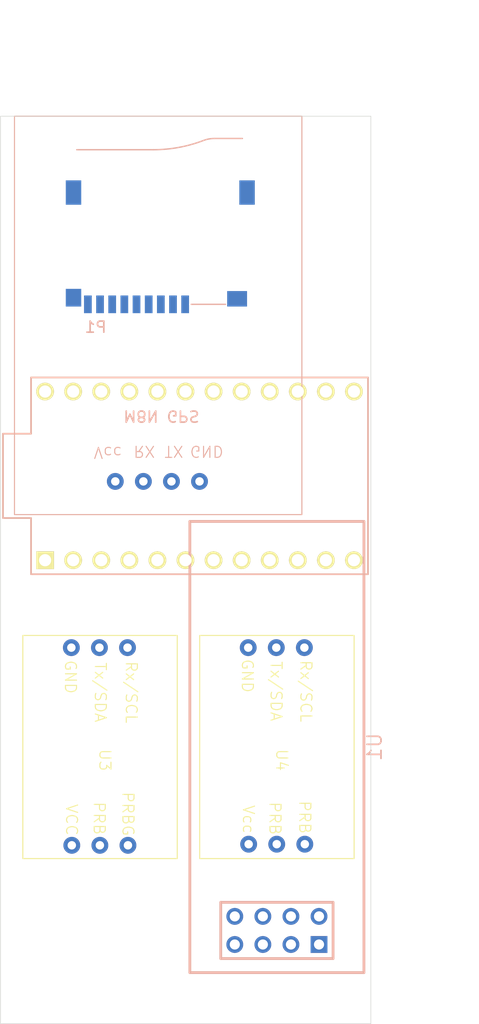
<source format=kicad_pcb>
(kicad_pcb (version 20240108) (generator "pcbnew") (generator_version "8.0")
  (layers (0 "F.Cu" signal) (31 "B.Cu" signal) (34 "B.Paste" user) (35 "F.Paste" user) (36 "B.SilkS" user "B.Silkscreen") (37 "F.SilkS" user "F.Silkscreen") (38 "B.Mask" user) (39 "F.Mask" user) (44 "Edge.Cuts" user))
  (net 0 "")
  (net 39 "Net-(P1-GND-PadG1)")
  (net 58 "Net-(J1-In)")
  (footprint "EZO_PH:EZO_PH" (layer "F.Cu") (at 88.445 113.68 -90)
    (property "Reference" "U3" (at 0 -0.5 -90) (layer "F.SilkS") (effects (font (thickness 0.1))))
    (property "Value" "EZO_PH")
    (fp_rect (start -11.26 -7.04) (end 8.9 6.93) (stroke (width 0.1)) (fill none) (layer "F.SilkS"))
    (fp_text user "PRBG" (at 2.8 -2 -90) (layer "F.SilkS") (effects (font (thickness 0.1)) (justify left bottom)))
    (fp_text user "VCC" (at 3.9 3.1 -90) (layer "F.SilkS") (effects (font (thickness 0.1)) (justify left bottom)))
    (fp_text user "GND" (at -9.1 3.2 -90) (layer "F.SilkS") (effects (font (thickness 0.1)) (justify left bottom)))
    (fp_text user "Rx/SCL" (at -9 -2.3 -90) (layer "F.SilkS") (effects (font (thickness 0.1)) (justify left bottom)))
    (fp_text user "PRB" (at 3.7 0.6 -90) (layer "F.SilkS") (effects (font (thickness 0.1)) (justify left bottom)))
    (fp_text user "Tx/SDA" (at -8.9 0.5 -90) (layer "F.SilkS") (effects (font (thickness 0.1)) (justify left bottom)))
    (pad "1" thru_hole circle (at -10.16 2.54 270) (size 1.524 1.524) (drill 0.762) (layers "*.Cu" "*.Mask"))
    (pad "2" thru_hole circle (at -10.16 0 270) (size 1.524 1.524) (drill 0.762) (layers "*.Cu" "*.Mask"))
    (pad "3" thru_hole circle (at -10.16 -2.54 270) (size 1.524 1.524) (drill 0.762) (layers "*.Cu" "*.Mask"))
    (pad "4" thru_hole circle (at 7.7 2.5 270) (size 1.524 1.524) (drill 0.762) (layers "*.Cu" "*.Mask"))
    (pad "5" thru_hole circle (at 7.7 -0.04 270) (size 1.524 1.524) (drill 0.762) (layers "*.Cu" "*.Mask"))
    (pad "6" thru_hole circle (at 7.7 -2.58 270) (size 1.524 1.524) (drill 0.762) (layers "*.Cu" "*.Mask") (net 58 "Net-(J1-In)"))
  )
  (footprint "EZO_TDS:EZO_TDS" (layer "F.Cu") (at 104.445 113.68 -90)
    (property "Reference" "U4" (at 0 -0.5 -90) (layer "F.SilkS") (effects (font (thickness 0.1))))
    (property "Value" "EZO_TDS")
    (fp_rect (start -11.26 -7.04) (end 8.9 6.93) (stroke (width 0.1)) (fill none) (layer "F.SilkS"))
    (fp_text user "Vcc" (at 4 3.1 -90) (layer "F.SilkS") (effects (font (thickness 0.1)) (justify left bottom)))
    (fp_text user "Tx/SDA" (at -9 0.6 -90) (layer "F.SilkS") (effects (font (thickness 0.1)) (justify left bottom)))
    (fp_text user "Rx/SCL" (at -9.1 -2.1 -90) (layer "F.SilkS") (effects (font (thickness 0.1)) (justify left bottom)))
    (fp_text user "PRB" (at 3.6 -2 -90) (layer "F.SilkS") (effects (font (thickness 0.1)) (justify left bottom)))
    (fp_text user "PRB" (at 3.7 0.7 -90) (layer "F.SilkS") (effects (font (thickness 0.1)) (justify left bottom)))
    (fp_text user "GND" (at -9.2 3.2 -90) (layer "F.SilkS") (effects (font (thickness 0.1)) (justify left bottom)))
    (pad "1" thru_hole circle (at -10.16 2.54 270) (size 1.524 1.524) (drill 0.762) (layers "*.Cu" "*.Mask"))
    (pad "2" thru_hole circle (at -10.16 0 270) (size 1.524 1.524) (drill 0.762) (layers "*.Cu" "*.Mask"))
    (pad "3" thru_hole circle (at -10.16 -2.54 270) (size 1.524 1.524) (drill 0.762) (layers "*.Cu" "*.Mask"))
    (pad "4" thru_hole circle (at 7.6 2.5 270) (size 1.524 1.524) (drill 0.762) (layers "*.Cu" "*.Mask"))
    (pad "5" thru_hole circle (at 7.6 -0.04 270) (size 1.524 1.524) (drill 0.762) (layers "*.Cu" "*.Mask"))
    (pad "6" thru_hole circle (at 7.6 -2.58 270) (size 1.524 1.524) (drill 0.762) (layers "*.Cu" "*.Mask"))
  )
  (footprint "promicro:ProMicro" (layer "F.Cu") (at 97.5 88)
    (property "Reference" "U2" (hide yes))
    (property "Value" "ProMicro")
    (fp_line (start -17.78 -3.81) (end -15.24 -3.81) (stroke (width 0.15)) (layer "B.SilkS"))
    (fp_line (start -17.78 3.81) (end -17.78 -3.81) (stroke (width 0.15)) (layer "B.SilkS"))
    (fp_line (start -15.24 -8.89) (end 15.24 -8.89) (stroke (width 0.15)) (layer "B.SilkS"))
    (fp_line (start -15.24 -3.81) (end -15.24 -8.89) (stroke (width 0.15)) (layer "B.SilkS"))
    (fp_line (start -15.24 3.81) (end -17.78 3.81) (stroke (width 0.15)) (layer "B.SilkS"))
    (fp_line (start -15.24 8.89) (end -15.24 3.81) (stroke (width 0.15)) (layer "B.SilkS"))
    (fp_line (start 15.24 -8.89) (end 15.24 8.89) (stroke (width 0.15)) (layer "B.SilkS"))
    (fp_line (start 15.24 8.89) (end -15.24 8.89) (stroke (width 0.15)) (layer "B.SilkS"))
    (fp_line (start -17.78 -3.81) (end -15.24 -3.81) (stroke (width 0.15)) (layer "F.SilkS"))
    (fp_line (start -17.78 3.81) (end -17.78 -3.81) (stroke (width 0.15)) (layer "F.SilkS"))
    (fp_line (start -15.24 -8.89) (end 15.24 -8.89) (stroke (width 0.15)) (layer "F.SilkS"))
    (fp_line (start -15.24 -3.81) (end -15.24 -8.89) (stroke (width 0.15)) (layer "F.SilkS"))
    (fp_line (start -15.24 3.81) (end -17.78 3.81) (stroke (width 0.15)) (layer "F.SilkS"))
    (fp_line (start -15.24 8.89) (end -15.24 3.81) (stroke (width 0.15)) (layer "F.SilkS"))
    (fp_line (start -15.24 8.89) (end 15.24 8.89) (stroke (width 0.15)) (layer "F.SilkS"))
    (fp_line (start 15.24 -8.89) (end 15.24 8.89) (stroke (width 0.15)) (layer "F.SilkS"))
    (pad "1" thru_hole rect (at -13.97 7.62) (size 1.6 1.6) (drill 1.1) (layers "*.Cu" "*.Mask" "F.SilkS"))
    (pad "2" thru_hole circle (at -11.43 7.62) (size 1.6 1.6) (drill 1.1) (layers "*.Cu" "*.Mask" "F.SilkS"))
    (pad "3" thru_hole circle (at -8.89 7.62) (size 1.6 1.6) (drill 1.1) (layers "*.Cu" "*.Mask" "F.SilkS"))
    (pad "4" thru_hole circle (at -6.35 7.62) (size 1.6 1.6) (drill 1.1) (layers "*.Cu" "*.Mask" "F.SilkS"))
    (pad "5" thru_hole circle (at -3.81 7.62) (size 1.6 1.6) (drill 1.1) (layers "*.Cu" "*.Mask" "F.SilkS"))
    (pad "6" thru_hole circle (at -1.27 7.62) (size 1.6 1.6) (drill 1.1) (layers "*.Cu" "*.Mask" "F.SilkS"))
    (pad "7" thru_hole circle (at 1.27 7.62) (size 1.6 1.6) (drill 1.1) (layers "*.Cu" "*.Mask" "F.SilkS"))
    (pad "8" thru_hole circle (at 3.81 7.62) (size 1.6 1.6) (drill 1.1) (layers "*.Cu" "*.Mask" "F.SilkS"))
    (pad "9" thru_hole circle (at 6.35 7.62) (size 1.6 1.6) (drill 1.1) (layers "*.Cu" "*.Mask" "F.SilkS"))
    (pad "10" thru_hole circle (at 8.89 7.62) (size 1.6 1.6) (drill 1.1) (layers "*.Cu" "*.Mask" "F.SilkS"))
    (pad "11" thru_hole circle (at 11.43 7.62) (size 1.6 1.6) (drill 1.1) (layers "*.Cu" "*.Mask" "F.SilkS"))
    (pad "12" thru_hole circle (at 13.97 7.62) (size 1.6 1.6) (drill 1.1) (layers "*.Cu" "*.Mask" "F.SilkS"))
    (pad "13" thru_hole circle (at 13.97 -7.62) (size 1.6 1.6) (drill 1.1) (layers "*.Cu" "*.Mask" "F.SilkS"))
    (pad "14" thru_hole circle (at 11.43 -7.62) (size 1.6 1.6) (drill 1.1) (layers "*.Cu" "*.Mask" "F.SilkS"))
    (pad "15" thru_hole circle (at 8.89 -7.62) (size 1.6 1.6) (drill 1.1) (layers "*.Cu" "*.Mask" "F.SilkS"))
    (pad "16" thru_hole circle (at 6.35 -7.62) (size 1.6 1.6) (drill 1.1) (layers "*.Cu" "*.Mask" "F.SilkS"))
    (pad "17" thru_hole circle (at 3.81 -7.62) (size 1.6 1.6) (drill 1.1) (layers "*.Cu" "*.Mask" "F.SilkS"))
    (pad "18" thru_hole circle (at 1.27 -7.62) (size 1.6 1.6) (drill 1.1) (layers "*.Cu" "*.Mask" "F.SilkS"))
    (pad "19" thru_hole circle (at -1.27 -7.62) (size 1.6 1.6) (drill 1.1) (layers "*.Cu" "*.Mask" "F.SilkS"))
    (pad "20" thru_hole circle (at -3.81 -7.62) (size 1.6 1.6) (drill 1.1) (layers "*.Cu" "*.Mask" "F.SilkS"))
    (pad "21" thru_hole circle (at -6.35 -7.62) (size 1.6 1.6) (drill 1.1) (layers "*.Cu" "*.Mask" "F.SilkS"))
    (pad "22" thru_hole circle (at -8.89 -7.62) (size 1.6 1.6) (drill 1.1) (layers "*.Cu" "*.Mask" "F.SilkS"))
    (pad "23" thru_hole circle (at -11.43 -7.62) (size 1.6 1.6) (drill 1.1) (layers "*.Cu" "*.Mask" "F.SilkS"))
    (pad "24" thru_hole circle (at -13.97 -7.62) (size 1.6 1.6) (drill 1.1) (layers "*.Cu" "*.Mask" "F.SilkS"))
  )
  (footprint "Ublox_Neo_M8N_GPS:Ublox_Neo_M8N_GPS" (layer "B.Cu") (at 80.76 91.5)
    (property "Reference" "M8N_GPS1" (hide yes))
    (property "Value" "~")
    (fp_rect (start 26 -36) (end 0 0) (stroke (width 0.1)) (fill none) (layer "B.SilkS"))
    (fp_text user "TX" (at 13.5 -6.3 180) (layer "B.SilkS") (effects (font (thickness 0.1)) (justify left bottom mirror)))
    (fp_text user "RX" (at 10.7 -6.3 180) (layer "B.SilkS") (effects (font (thickness 0.1)) (justify left bottom mirror)))
    (fp_text user "GND" (at 15.8 -6.3 180) (layer "B.SilkS") (effects (font (thickness 0.1)) (justify left bottom mirror)))
    (fp_text user "Vcc" (at 7.1 -6.2 180) (layer "B.SilkS") (effects (font (thickness 0.1)) (justify left bottom mirror)))
    (fp_text user "M8N GPS" (at 13.3 -8.9 180) (layer "B.SilkS") (effects (justify mirror)))
    (pad "1" thru_hole circle (at 9.12 -3) (size 1.524 1.524) (drill 0.762) (layers "*.Cu" "*.Mask"))
    (pad "2" thru_hole circle (at 11.66 -3) (size 1.524 1.524) (drill 0.762) (layers "*.Cu" "*.Mask"))
    (pad "3" thru_hole circle (at 14.2 -3) (size 1.524 1.524) (drill 0.762) (layers "*.Cu" "*.Mask"))
    (pad "4" thru_hole circle (at 16.74 -3) (size 1.524 1.524) (drill 0.762) (layers "*.Cu" "*.Mask"))
  )
  (footprint "NRF24L01+PA-LNA:NRF24L01+PA/LNA-FOOTPRINT" (layer "B.Cu") (at 104.5 129.0735 90)
    (property "Reference" "U1" (at 16.5735 8.836 90) (layer "B.SilkS") (effects (font (size 1.27 1.27)) (justify mirror)))
    (property "Value" "NRF24L01_Breakout")
    (fp_line (start 36.957 -7.874) (end -3.81 -7.874) (stroke (width 0.254)) (layer "B.SilkS"))
    (fp_line (start -3.81 -7.874) (end -3.81 7.874) (stroke (width 0.254)) (layer "B.SilkS"))
    (fp_line (start 2.54 -5.08) (end 2.54 5.08) (stroke (width 0.254)) (layer "B.SilkS"))
    (fp_line (start -2.54 -5.08) (end 2.54 -5.08) (stroke (width 0.254)) (layer "B.SilkS"))
    (fp_line (start 2.54 5.08) (end -2.54 5.08) (stroke (width 0.254)) (layer "B.SilkS"))
    (fp_line (start -2.54 5.08) (end -2.54 -5.08) (stroke (width 0.254)) (layer "B.SilkS"))
    (fp_line (start 36.957 7.874) (end 36.957 -7.874) (stroke (width 0.254)) (layer "B.SilkS"))
    (fp_line (start -3.81 7.874) (end 36.957 7.874) (stroke (width 0.254)) (layer "B.SilkS"))
    (pad "1" thru_hole rect (at -1.27 3.81 90) (size 1.524 1.524) (drill 0.9144) (layers "*.Cu" "*.Mask"))
    (pad "2" thru_hole oval (at 1.27 3.81 90) (size 1.524 1.524) (drill 0.9144) (layers "*.Cu" "*.Mask"))
    (pad "3" thru_hole oval (at -1.27 1.27 90) (size 1.524 1.524) (drill 0.9144) (layers "*.Cu" "*.Mask"))
    (pad "4" thru_hole oval (at 1.27 1.27 90) (size 1.524 1.524) (drill 0.9144) (layers "*.Cu" "*.Mask"))
    (pad "5" thru_hole oval (at -1.27 -1.27 90) (size 1.524 1.524) (drill 0.9144) (layers "*.Cu" "*.Mask"))
    (pad "6" thru_hole oval (at 1.27 -1.27 90) (size 1.524 1.524) (drill 0.9144) (layers "*.Cu" "*.Mask"))
    (pad "7" thru_hole oval (at -1.27 -3.81 90) (size 1.524 1.524) (drill 0.9144) (layers "*.Cu" "*.Mask"))
    (pad "8" thru_hole oval (at 1.27 -3.81 90) (size 1.524 1.524) (drill 0.9144) (layers "*.Cu" "*.Mask"))
    (zone (net 0) (net_name "") (layer "B.SilkS") (priority 100) (connect_pads yes (clearance 0)) (min_thickness 0) (fill (thermal_gap 0.5) (thermal_bridge_width 0.5))
      (polygon (pts (xy 107.04 131.6135) (xy 109.58 131.6135) (xy 109.707 131.2325) (xy 109.58 131.3595) (xy 109.58 129.0735) (xy 107.04 129.0735)))
    )
  )
  (footprint "ST-TF-003A:SUNTECH_ST-TF-003A" (layer "B.Cu") (at 92.68 67.17)
    (property "Reference" "P1" (at -4.57732 7.38873 0) (layer "B.SilkS") (effects (font (size 1.000504 1.000504)) (justify mirror)))
    (property "Value" "ST-TF-003A")
    (fp_line (start -6.287 -8.64) (end 0.6469 -8.64) (stroke (width 0.127)) (layer "B.SilkS"))
    (fp_line (start 4.07 5.33) (end 7.17 5.33) (stroke (width 0.127)) (layer "B.SilkS"))
    (fp_line (start 6.1679 -9.656) (end 8.699 -9.656) (stroke (width 0.127)) (layer "B.SilkS"))
    (fp_arc (start 5.168 -9.472) (mid 2.945408 -8.849734) (end 0.6469 -8.64) (stroke (width 0.127)) (layer "B.SilkS"))
    (fp_arc (start 5.168 -9.472) (mid 5.659553 -9.609628) (end 6.1679 -9.656) (stroke (width 0.127)) (layer "B.SilkS"))
    (pad "" np_thru_hole circle (at -3.68 -5.17) (size 0.9 0.9) (drill 0.9) (layers "*.Cu" "*.Mask"))
    (pad "" np_thru_hole circle (at 4.32 -5.17) (size 0.9 0.9) (drill 0.9) (layers "*.Cu" "*.Mask"))
    (pad "1" smd rect (at 3.52 5.33) (size 0.7 1.6) (layers "B.Cu" "B.Paste" "B.Mask"))
    (pad "2" smd rect (at 2.42 5.33) (size 0.7 1.6) (layers "B.Cu" "B.Paste" "B.Mask"))
    (pad "3" smd rect (at 1.32 5.33) (size 0.7 1.6) (layers "B.Cu" "B.Paste" "B.Mask"))
    (pad "4" smd rect (at 0.22 5.33) (size 0.7 1.6) (layers "B.Cu" "B.Paste" "B.Mask"))
    (pad "5" smd rect (at -0.88 5.33) (size 0.7 1.6) (layers "B.Cu" "B.Paste" "B.Mask"))
    (pad "6" smd rect (at -1.98 5.33) (size 0.7 1.6) (layers "B.Cu" "B.Paste" "B.Mask"))
    (pad "7" smd rect (at -3.08 5.33) (size 0.7 1.6) (layers "B.Cu" "B.Paste" "B.Mask"))
    (pad "8" smd rect (at -4.18 5.33) (size 0.7 1.6) (layers "B.Cu" "B.Paste" "B.Mask"))
    (pad "9" smd rect (at -5.28 5.33) (size 0.7 1.6) (layers "B.Cu" "B.Paste" "B.Mask"))
    (pad "G1" smd rect (at -6.58 4.73) (size 1.4 1.6) (layers "B.Cu" "B.Paste" "B.Mask") (net 39 "Net-(P1-GND-PadG1)"))
    (pad "G2" smd rect (at -6.58 -4.77) (size 1.4 2.2) (layers "B.Cu" "B.Paste" "B.Mask") (net 39 "Net-(P1-GND-PadG1)"))
    (pad "G3" smd rect (at 9.12 -4.77) (size 1.4 2.2) (layers "B.Cu" "B.Paste" "B.Mask") (net 39 "Net-(P1-GND-PadG1)"))
    (pad "G4" smd rect (at 8.22 4.83) (size 1.8 1.4) (layers "B.Cu" "B.Paste" "B.Mask") (net 39 "Net-(P1-GND-PadG1)"))
  )
  (gr_rect (start 79.5 55.5) (end 113 137.5) (stroke (width 0.05)) (fill none) (layer "Edge.Cuts"))
)
</source>
